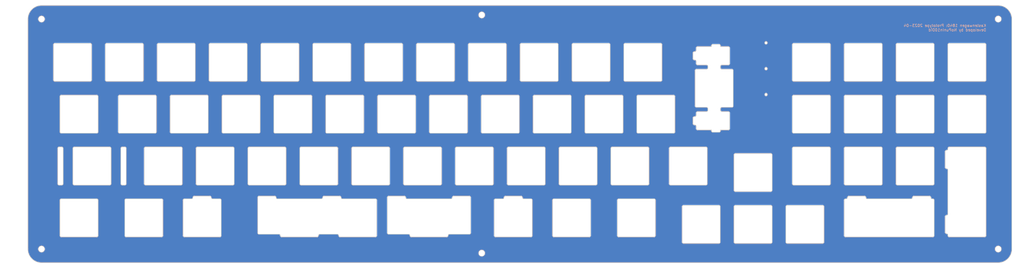
<source format=kicad_pcb>
(kicad_pcb (version 20221018) (generator pcbnew)
  (layers (0 "F.Cu" signal) (31 "B.Cu" signal) (34 "B.Paste" user) (35 "F.Paste" user) (36 "B.SilkS" user "B.Silkscreen") (37 "F.SilkS" user "F.Silkscreen") (38 "B.Mask" user) (39 "F.Mask" user) (44 "Edge.Cuts" user))
  (net 0 "")
  (footprint "MX_plate_cutouts:MX_1.00u_Cutout" (layer "F.Cu") (at 25.4 25.4))
  (footprint "MX_plate_cutouts:MX_1.00u_Cutout" (layer "F.Cu") (at 44.45 25.4))
  (footprint "MX_plate_cutouts:MX_1.00u_Cutout" (layer "F.Cu") (at 63.5 25.4))
  (footprint "MX_plate_cutouts:MX_1.00u_Cutout" (layer "F.Cu") (at 82.55 25.4))
  (footprint "MX_plate_cutouts:MX_1.00u_Cutout" (layer "F.Cu") (at 177.8 25.4))
  (footprint "MX_plate_cutouts:MX_1.00u_Cutout" (layer "F.Cu") (at 215.9 25.4))
  (footprint "MX_plate_cutouts:MX_1.00u_Cutout" (layer "F.Cu") (at 234.95 25.4))
  (footprint "MX_plate_cutouts:MX_1.00u_Cutout" (layer "F.Cu") (at 196.85 25.4))
  (footprint "MX_plate_cutouts:MX_1.00u_Cutout" (layer "F.Cu") (at 68.2625 44.45))
  (footprint "MX_plate_cutouts:MX_1.00u_Cutout" (layer "F.Cu") (at 87.3125 44.45))
  (footprint "MX_plate_cutouts:MX_1.00u_Cutout" (layer "F.Cu") (at 106.3625 44.45))
  (footprint "MX_plate_cutouts:MX_1.00u_Cutout" (layer "F.Cu") (at 144.4625 44.45))
  (footprint "MX_plate_cutouts:MX_1.00u_Cutout" (layer "F.Cu") (at 125.4125 44.45))
  (footprint "MX_plate_cutouts:MX_1.00u_Cutout" (layer "F.Cu") (at 49.2125 44.45))
  (footprint "MX_plate_cutouts:MX_1.00u_Cutout" (layer "F.Cu") (at 163.5125 44.45))
  (footprint "MX_plate_cutouts:MX_1.00u_Cutout" (layer "F.Cu") (at 239.7125 44.45))
  (footprint "MX_plate_cutouts:MX_1.00u_Cutout" (layer "F.Cu") (at 201.6125 44.45))
  (footprint "MX_plate_cutouts:MX_1.00u_Cutout" (layer "F.Cu") (at 182.5625 44.45))
  (footprint "MX_plate_cutouts:MX_1.00u_Cutout" (layer "F.Cu") (at 220.6625 44.45))
  (footprint "MX_plate_cutouts:MX_1.00u_Cutout" (layer "F.Cu") (at 230.1875 63.5))
  (footprint "MX_plate_cutouts:MX_1.00u_Cutout" (layer "F.Cu") (at 58.7375 63.5))
  (footprint "MX_plate_cutouts:MX_1.00u_Cutout" (layer "F.Cu") (at 192.0875 63.5))
  (footprint "MX_plate_cutouts:MX_1.00u_Cutout" (layer "F.Cu") (at 211.1375 63.5))
  (footprint "MX_plate_cutouts:MX_1.00u_Cutout" (layer "F.Cu") (at 173.0375 63.5))
  (footprint "MX_plate_cutouts:MX_1.00u_Cutout" (layer "F.Cu") (at 134.9375 63.5))
  (footprint "MX_plate_cutouts:MX_1.00u_Cutout" (layer "F.Cu") (at 115.8875 63.5))
  (footprint "MX_plate_cutouts:MX_1.00u_Cutout" (layer "F.Cu") (at 153.9875 63.5))
  (footprint "MX_plate_cutouts:MX_1.00u_Cutout" (layer "F.Cu") (at 77.7875 63.5))
  (footprint "MX_plate_cutouts:MX_1.00u_Cutout" (layer "F.Cu") (at 96.8375 63.5))
  (footprint "MX_plate_cutouts:MX_1.75u_Cutout" (layer "F.Cu") (at 32.54375 63.5))
  (footprint "MX_plate_cutouts:MX_1.25u_Cutout" (layer "F.Cu") (at 251.61875 63.5))
  (footprint "MX_plate_cutouts:MX_1.25u_Cutout" (layer "F.Cu") (at 51.59375 82.55))
  (footprint "MX_plate_cutouts:MX_1.25u_Cutout" (layer "F.Cu") (at 232.56875 82.55))
  (footprint "MX_plate_cutouts:MX_1.25u_Cutout" (layer "F.Cu") (at 208.75625 82.55))
  (footprint "MX_plate_cutouts:MX_1.00u_Cutout" (layer "F.Cu") (at 334.9625 63.5))
  (footprint "MX_plate_cutouts:MX_2.00u_Hybrid_Split" (layer "F.Cu") (at 325.4375 82.55 180))
  (footprint "MX_plate_cutouts:MX_2.00u_Hybrid_Split" (layer "F.Cu") (at 354.0125 73.025 -90))
  (footprint "MX_plate_cutouts:MX_7.00u_Reverse_1.00u_2.75u_2.25u_1.00u" (layer "F.Cu") (at 130.175 82.55))
  (footprint "MX_plate_cutouts:MX_1.00u_Cutout" (layer "F.Cu") (at 315.9125 63.5))
  (footprint "MX_plate_cutouts:MX_1.00u_Cutout" (layer "F.Cu") (at 120.65 25.4))
  (footprint "MX_plate_cutouts:MX_1.00u_Cutout" (layer "F.Cu") (at 101.6 25.4))
  (footprint "MX_plate_cutouts:MX_1.00u_Cutout" (layer "F.Cu") (at 354.0125 25.4))
  (footprint "MX_plate_cutouts:MX_1.00u_Cutout" (layer "F.Cu") (at 158.75 25.4))
  (footprint "MX_plate_cutouts:MX_1.25u_Cutout" (layer "F.Cu") (at 27.78125 82.55))
  (footprint "MX_plate_cutouts:MX_1.00u_Cutout" (layer "F.Cu") (at 294.48125 84.93125))
  (footprint "MX_plate_cutouts:MX_1.00u_Cutout" (layer "F.Cu") (at 315.9125 44.45))
  (footprint "MX_plate_cutouts:MX_1.00u_Cutout" (layer "F.Cu") (at 256.38125 84.93125))
  (footprint "MX_plate_cutouts:MX_1.00u_Cutout" (layer "F.Cu") (at 315.9125 25.4))
  (footprint "MX_plate_cutouts:MX_1.00u_Cutout" (layer "F.Cu") (at 275.43125 84.93125))
  (footprint "MX_plate_cutouts:MX_1.00u_Cutout" (layer "F.Cu") (at 275.43125 65.88125))
  (footprint "MX_plate_cutouts:MX_1.00u_Cutout" (layer "F.Cu") (at 354.0125 44.45))
  (footprint "MX_plate_cutouts:MX_ISO_Cherry" (layer "F.Cu") (at 261.14375 34.925 180))
  (footprint "MX_plate_cutouts:MX_1.00u_Cutout" (layer "F.Cu") (at 334.9625 25.4))
  (footprint "MX_plate_cutouts:MX_1.00u_Cutout" (layer "F.Cu") (at 334.9625 44.45))
  (footprint "MX_plate_cutouts:MX_1.00u_Cutout" (layer "F.Cu") (at 296.8625 63.5))
  (footprint "MX_plate_cutouts:MX_1.00u_Cutout" (layer "F.Cu") (at 296.8625 44.45))
  (footprint "MX_plate_cutouts:MX_1.25u_Cutout" (layer "F.Cu") (at 27.78125 44.45))
  (footprint "MX_plate_cutouts:MX_1.00u_Cutout" (layer "F.Cu") (at 139.7 25.4))
  (footprint "MX_plate_cutouts:MX_1.00u_Cutout" (layer "F.Cu") (at 296.8625 25.4))
  (gr_circle (center 280.2004 37.2364) (end 280.7004 37.2364) (stroke (width 0.2)) (fill none) (layer "Edge.Cuts"))
  (gr_circle (center 280.2004 27.7364) (end 280.7004 27.7364) (stroke (width 0.2)) (fill none) (layer "Edge.Cuts"))
  (gr_circle (center 280.2004 18.2364) (end 280.7004 18.2364) (stroke (width 0.2)) (fill none) (layer "Edge.Cuts"))
  (gr_circle (center 365.5 9.5) (end 366.65 9.5) (stroke (width 0.15)) (fill none) (layer "Edge.Cuts"))
  (gr_circle (center 365.5 94) (end 366.65 94) (stroke (width 0.15)) (fill none) (layer "Edge.Cuts"))
  (gr_circle (center 14 94) (end 15.15 94) (stroke (width 0.15)) (fill none) (layer "Edge.Cuts"))
  (gr_circle (center 175.75 95.5) (end 176.9 95.5) (stroke (width 0.15)) (fill none) (layer "Edge.Cuts"))
  (gr_arc (start 14 99) (mid 10.464466 97.535534) (end 9 94) (stroke (width 0.2)) (layer "Edge.Cuts"))
  (gr_arc (start 9 9.5) (mid 10.464466 5.964466) (end 14 4.5) (stroke (width 0.2)) (layer "Edge.Cuts"))
  (gr_line (start 14 99) (end 365.5 99) (stroke (width 0.2)) (layer "Edge.Cuts"))
  (gr_arc (start 365.5 4.5) (mid 369.035534 5.964466) (end 370.5 9.5) (stroke (width 0.2)) (layer "Edge.Cuts"))
  (gr_arc (start 370.5 94) (mid 369.035534 97.535534) (end 365.5 99) (stroke (width 0.2)) (layer "Edge.Cuts"))
  (gr_circle (center 14 9.5) (end 15.15 9.5) (stroke (width 0.15)) (fill none) (layer "Edge.Cuts"))
  (gr_line (start 14 4.5) (end 365.5 4.5) (stroke (width 0.2)) (layer "Edge.Cuts"))
  (gr_circle (center 175.75 8) (end 176.9 8) (stroke (width 0.15)) (fill none) (layer "Edge.Cuts"))
  (gr_line (start 9 94) (end 9 9.5) (stroke (width 0.2)) (layer "Edge.Cuts"))
  (gr_line (start 370.5 94) (end 370.5 9.5) (stroke (width 0.2)) (layer "Edge.Cuts"))
  (gr_text "Kastenwagen 1840: Prototype 2023-04\nDeveloped by NoPunIn10Did" (at 361.15625 12.7) (layer "B.SilkS") (effects (font (size 1 1)) (justify left mirror)))
  (zone (net 0) (net_name "") (layer "F.Cu") (connect_pads (clearance 0.508)) (min_thickness 0.254) (fill yes (thermal_gap 0.508) (thermal_bridge_width 0.508) (smoothing fillet))
    (polygon (pts (xy 375 105) (xy -1.25 105) (xy 0.25 2.5) (xy 375 2.5)))
  )
  (zone (net 0) (net_name "") (layer "B.Cu") (connect_pads (clearance 0.508)) (min_thickness 0.254) (fill yes (thermal_gap 0.508) (thermal_bridge_width 0.508) (smoothing fillet))
    (polygon (pts (xy 375 105) (xy -1.25 105) (xy 0.25 2.5) (xy 375 2.5)))
  )
)
</source>
